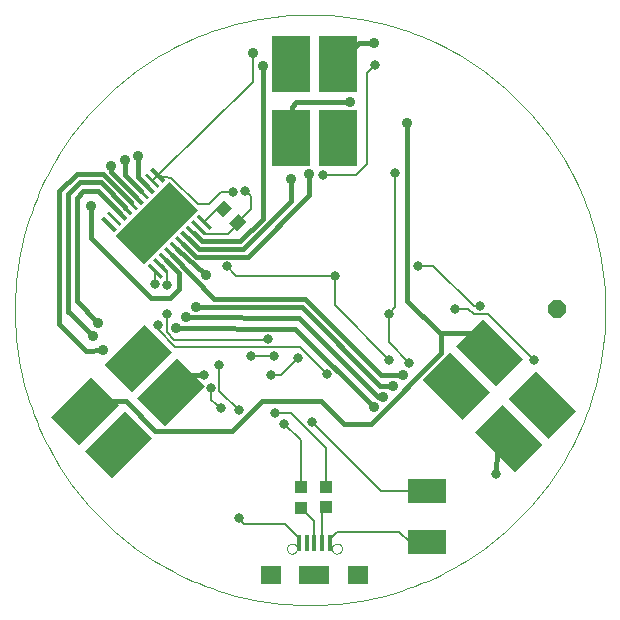
<source format=gbl>
G75*
%MOIN*%
%OFA0B0*%
%FSLAX24Y24*%
%IPPOS*%
%LPD*%
%AMOC8*
5,1,8,0,0,1.08239X$1,22.5*
%
%ADD10C,0.0000*%
%ADD11R,0.0118X0.0610*%
%ADD12R,0.2559X0.1339*%
%ADD13R,0.1299X0.1890*%
%ADD14R,0.0394X0.0433*%
%ADD15OC8,0.0600*%
%ADD16R,0.0709X0.0591*%
%ADD17R,0.0984X0.0591*%
%ADD18R,0.0157X0.0551*%
%ADD19R,0.0433X0.0394*%
%ADD20R,0.1299X0.0799*%
%ADD21C,0.0080*%
%ADD22C,0.0317*%
%ADD23C,0.0356*%
%ADD24C,0.0160*%
D10*
X009175Y003001D02*
X009177Y003026D01*
X009183Y003051D01*
X009192Y003075D01*
X009205Y003097D01*
X009222Y003117D01*
X009241Y003134D01*
X009262Y003148D01*
X009286Y003158D01*
X009310Y003165D01*
X009336Y003168D01*
X009361Y003167D01*
X009386Y003162D01*
X009410Y003153D01*
X009433Y003141D01*
X009453Y003126D01*
X009471Y003107D01*
X009486Y003086D01*
X009497Y003063D01*
X009505Y003039D01*
X009509Y003014D01*
X009509Y002988D01*
X009505Y002963D01*
X009497Y002939D01*
X009486Y002916D01*
X009471Y002895D01*
X009453Y002876D01*
X009433Y002861D01*
X009410Y002849D01*
X009386Y002840D01*
X009361Y002835D01*
X009336Y002834D01*
X009310Y002837D01*
X009286Y002844D01*
X009262Y002854D01*
X009241Y002868D01*
X009222Y002885D01*
X009205Y002905D01*
X009192Y002927D01*
X009183Y002951D01*
X009177Y002976D01*
X009175Y003001D01*
X010671Y003001D02*
X010673Y003026D01*
X010679Y003051D01*
X010688Y003075D01*
X010701Y003097D01*
X010718Y003117D01*
X010737Y003134D01*
X010758Y003148D01*
X010782Y003158D01*
X010806Y003165D01*
X010832Y003168D01*
X010857Y003167D01*
X010882Y003162D01*
X010906Y003153D01*
X010929Y003141D01*
X010949Y003126D01*
X010967Y003107D01*
X010982Y003086D01*
X010993Y003063D01*
X011001Y003039D01*
X011005Y003014D01*
X011005Y002988D01*
X011001Y002963D01*
X010993Y002939D01*
X010982Y002916D01*
X010967Y002895D01*
X010949Y002876D01*
X010929Y002861D01*
X010906Y002849D01*
X010882Y002840D01*
X010857Y002835D01*
X010832Y002834D01*
X010806Y002837D01*
X010782Y002844D01*
X010758Y002854D01*
X010737Y002868D01*
X010718Y002885D01*
X010701Y002905D01*
X010688Y002927D01*
X010679Y002951D01*
X010673Y002976D01*
X010671Y003001D01*
X000100Y010957D02*
X000103Y011195D01*
X000111Y011433D01*
X000126Y011670D01*
X000146Y011907D01*
X000172Y012143D01*
X000203Y012379D01*
X000240Y012614D01*
X000283Y012848D01*
X000332Y013081D01*
X000386Y013313D01*
X000446Y013543D01*
X000511Y013772D01*
X000582Y013999D01*
X000658Y014224D01*
X000740Y014447D01*
X000827Y014669D01*
X000919Y014888D01*
X001017Y015105D01*
X001119Y015319D01*
X001227Y015531D01*
X001341Y015741D01*
X001459Y015947D01*
X001582Y016151D01*
X001710Y016351D01*
X001842Y016548D01*
X001980Y016743D01*
X002122Y016933D01*
X002269Y017121D01*
X002420Y017304D01*
X002575Y017484D01*
X002735Y017660D01*
X002899Y017832D01*
X003068Y018001D01*
X003240Y018165D01*
X003416Y018325D01*
X003596Y018480D01*
X003779Y018631D01*
X003967Y018778D01*
X004157Y018920D01*
X004352Y019058D01*
X004549Y019190D01*
X004749Y019318D01*
X004953Y019441D01*
X005159Y019559D01*
X005369Y019673D01*
X005581Y019781D01*
X005795Y019883D01*
X006012Y019981D01*
X006231Y020073D01*
X006453Y020160D01*
X006676Y020242D01*
X006901Y020318D01*
X007128Y020389D01*
X007357Y020454D01*
X007587Y020514D01*
X007819Y020568D01*
X008052Y020617D01*
X008286Y020660D01*
X008521Y020697D01*
X008757Y020728D01*
X008993Y020754D01*
X009230Y020774D01*
X009467Y020789D01*
X009705Y020797D01*
X009943Y020800D01*
X010181Y020797D01*
X010419Y020789D01*
X010656Y020774D01*
X010893Y020754D01*
X011129Y020728D01*
X011365Y020697D01*
X011600Y020660D01*
X011834Y020617D01*
X012067Y020568D01*
X012299Y020514D01*
X012529Y020454D01*
X012758Y020389D01*
X012985Y020318D01*
X013210Y020242D01*
X013433Y020160D01*
X013655Y020073D01*
X013874Y019981D01*
X014091Y019883D01*
X014305Y019781D01*
X014517Y019673D01*
X014727Y019559D01*
X014933Y019441D01*
X015137Y019318D01*
X015337Y019190D01*
X015534Y019058D01*
X015729Y018920D01*
X015919Y018778D01*
X016107Y018631D01*
X016290Y018480D01*
X016470Y018325D01*
X016646Y018165D01*
X016818Y018001D01*
X016987Y017832D01*
X017151Y017660D01*
X017311Y017484D01*
X017466Y017304D01*
X017617Y017121D01*
X017764Y016933D01*
X017906Y016743D01*
X018044Y016548D01*
X018176Y016351D01*
X018304Y016151D01*
X018427Y015947D01*
X018545Y015741D01*
X018659Y015531D01*
X018767Y015319D01*
X018869Y015105D01*
X018967Y014888D01*
X019059Y014669D01*
X019146Y014447D01*
X019228Y014224D01*
X019304Y013999D01*
X019375Y013772D01*
X019440Y013543D01*
X019500Y013313D01*
X019554Y013081D01*
X019603Y012848D01*
X019646Y012614D01*
X019683Y012379D01*
X019714Y012143D01*
X019740Y011907D01*
X019760Y011670D01*
X019775Y011433D01*
X019783Y011195D01*
X019786Y010957D01*
X019783Y010719D01*
X019775Y010481D01*
X019760Y010244D01*
X019740Y010007D01*
X019714Y009771D01*
X019683Y009535D01*
X019646Y009300D01*
X019603Y009066D01*
X019554Y008833D01*
X019500Y008601D01*
X019440Y008371D01*
X019375Y008142D01*
X019304Y007915D01*
X019228Y007690D01*
X019146Y007467D01*
X019059Y007245D01*
X018967Y007026D01*
X018869Y006809D01*
X018767Y006595D01*
X018659Y006383D01*
X018545Y006173D01*
X018427Y005967D01*
X018304Y005763D01*
X018176Y005563D01*
X018044Y005366D01*
X017906Y005171D01*
X017764Y004981D01*
X017617Y004793D01*
X017466Y004610D01*
X017311Y004430D01*
X017151Y004254D01*
X016987Y004082D01*
X016818Y003913D01*
X016646Y003749D01*
X016470Y003589D01*
X016290Y003434D01*
X016107Y003283D01*
X015919Y003136D01*
X015729Y002994D01*
X015534Y002856D01*
X015337Y002724D01*
X015137Y002596D01*
X014933Y002473D01*
X014727Y002355D01*
X014517Y002241D01*
X014305Y002133D01*
X014091Y002031D01*
X013874Y001933D01*
X013655Y001841D01*
X013433Y001754D01*
X013210Y001672D01*
X012985Y001596D01*
X012758Y001525D01*
X012529Y001460D01*
X012299Y001400D01*
X012067Y001346D01*
X011834Y001297D01*
X011600Y001254D01*
X011365Y001217D01*
X011129Y001186D01*
X010893Y001160D01*
X010656Y001140D01*
X010419Y001125D01*
X010181Y001117D01*
X009943Y001114D01*
X009705Y001117D01*
X009467Y001125D01*
X009230Y001140D01*
X008993Y001160D01*
X008757Y001186D01*
X008521Y001217D01*
X008286Y001254D01*
X008052Y001297D01*
X007819Y001346D01*
X007587Y001400D01*
X007357Y001460D01*
X007128Y001525D01*
X006901Y001596D01*
X006676Y001672D01*
X006453Y001754D01*
X006231Y001841D01*
X006012Y001933D01*
X005795Y002031D01*
X005581Y002133D01*
X005369Y002241D01*
X005159Y002355D01*
X004953Y002473D01*
X004749Y002596D01*
X004549Y002724D01*
X004352Y002856D01*
X004157Y002994D01*
X003967Y003136D01*
X003779Y003283D01*
X003596Y003434D01*
X003416Y003589D01*
X003240Y003749D01*
X003068Y003913D01*
X002899Y004082D01*
X002735Y004254D01*
X002575Y004430D01*
X002420Y004610D01*
X002269Y004793D01*
X002122Y004981D01*
X001980Y005171D01*
X001842Y005366D01*
X001710Y005563D01*
X001582Y005763D01*
X001459Y005967D01*
X001341Y006173D01*
X001227Y006383D01*
X001119Y006595D01*
X001017Y006809D01*
X000919Y007026D01*
X000827Y007245D01*
X000740Y007467D01*
X000658Y007690D01*
X000582Y007915D01*
X000511Y008142D01*
X000446Y008371D01*
X000386Y008601D01*
X000332Y008833D01*
X000283Y009066D01*
X000240Y009300D01*
X000203Y009535D01*
X000172Y009771D01*
X000146Y010007D01*
X000126Y010244D01*
X000111Y010481D01*
X000103Y010719D01*
X000100Y010957D01*
D11*
G36*
X003493Y013647D02*
X003409Y013563D01*
X002979Y013993D01*
X003063Y014077D01*
X003493Y013647D01*
G37*
G36*
X003674Y013828D02*
X003590Y013744D01*
X003160Y014174D01*
X003244Y014258D01*
X003674Y013828D01*
G37*
G36*
X003855Y014009D02*
X003771Y013925D01*
X003341Y014355D01*
X003425Y014439D01*
X003855Y014009D01*
G37*
G36*
X004036Y014190D02*
X003952Y014106D01*
X003522Y014536D01*
X003606Y014620D01*
X004036Y014190D01*
G37*
G36*
X004217Y014371D02*
X004133Y014287D01*
X003703Y014717D01*
X003787Y014801D01*
X004217Y014371D01*
G37*
G36*
X004398Y014552D02*
X004314Y014468D01*
X003884Y014898D01*
X003968Y014982D01*
X004398Y014552D01*
G37*
G36*
X004579Y014733D02*
X004495Y014649D01*
X004065Y015079D01*
X004149Y015163D01*
X004579Y014733D01*
G37*
G36*
X004760Y014914D02*
X004676Y014830D01*
X004246Y015260D01*
X004330Y015344D01*
X004760Y014914D01*
G37*
G36*
X004941Y015094D02*
X004857Y015010D01*
X004427Y015440D01*
X004511Y015524D01*
X004941Y015094D01*
G37*
G36*
X005122Y015275D02*
X005038Y015191D01*
X004608Y015621D01*
X004692Y015705D01*
X005122Y015275D01*
G37*
G36*
X006167Y014062D02*
X006251Y014146D01*
X006681Y013716D01*
X006597Y013632D01*
X006167Y014062D01*
G37*
G36*
X005986Y013881D02*
X006070Y013965D01*
X006500Y013535D01*
X006416Y013451D01*
X005986Y013881D01*
G37*
G36*
X005805Y013701D02*
X005889Y013785D01*
X006319Y013355D01*
X006235Y013271D01*
X005805Y013701D01*
G37*
G36*
X005624Y013520D02*
X005708Y013604D01*
X006138Y013174D01*
X006054Y013090D01*
X005624Y013520D01*
G37*
G36*
X005443Y013339D02*
X005527Y013423D01*
X005957Y012993D01*
X005873Y012909D01*
X005443Y013339D01*
G37*
G36*
X005262Y013158D02*
X005346Y013242D01*
X005776Y012812D01*
X005692Y012728D01*
X005262Y013158D01*
G37*
G36*
X005081Y012977D02*
X005165Y013061D01*
X005595Y012631D01*
X005511Y012547D01*
X005081Y012977D01*
G37*
G36*
X004900Y012796D02*
X004984Y012880D01*
X005414Y012450D01*
X005330Y012366D01*
X004900Y012796D01*
G37*
G36*
X004719Y012615D02*
X004803Y012699D01*
X005233Y012269D01*
X005149Y012185D01*
X004719Y012615D01*
G37*
G36*
X004538Y012434D02*
X004622Y012518D01*
X005052Y012088D01*
X004968Y012004D01*
X004538Y012434D01*
G37*
D12*
G36*
X003453Y013424D02*
X005261Y015232D01*
X006207Y014286D01*
X004399Y012478D01*
X003453Y013424D01*
G37*
D13*
G36*
X003351Y005344D02*
X002433Y006262D01*
X003769Y007598D01*
X004687Y006680D01*
X003351Y005344D01*
G37*
G36*
X002237Y006457D02*
X001319Y007375D01*
X002655Y008711D01*
X003573Y007793D01*
X002237Y006457D01*
G37*
G36*
X003991Y008211D02*
X003073Y009129D01*
X004409Y010465D01*
X005327Y009547D01*
X003991Y008211D01*
G37*
G36*
X005105Y007098D02*
X004187Y008016D01*
X005523Y009352D01*
X006441Y008434D01*
X005105Y007098D01*
G37*
X009293Y016674D03*
X010867Y016674D03*
X010867Y019155D03*
X009293Y019155D03*
G36*
X014803Y009747D02*
X015721Y010665D01*
X017057Y009329D01*
X016139Y008411D01*
X014803Y009747D01*
G37*
G36*
X013689Y008634D02*
X014607Y009552D01*
X015943Y008216D01*
X015025Y007298D01*
X013689Y008634D01*
G37*
G36*
X015443Y006880D02*
X016361Y007798D01*
X017697Y006462D01*
X016779Y005544D01*
X015443Y006880D01*
G37*
G36*
X016557Y007993D02*
X017475Y008911D01*
X018811Y007575D01*
X017893Y006657D01*
X016557Y007993D01*
G37*
D14*
G36*
X007524Y013576D02*
X007245Y013855D01*
X007550Y014160D01*
X007829Y013881D01*
X007524Y013576D01*
G37*
G36*
X007050Y014049D02*
X006771Y014328D01*
X007076Y014633D01*
X007355Y014354D01*
X007050Y014049D01*
G37*
D15*
X018170Y010995D03*
D16*
X011540Y002135D03*
X008640Y002135D03*
D17*
X010090Y002135D03*
D18*
X010090Y003198D03*
X009834Y003198D03*
X009578Y003198D03*
X010346Y003198D03*
X010602Y003198D03*
D19*
X009640Y004370D03*
X009640Y005039D03*
X010470Y005059D03*
X010470Y004390D03*
D20*
X013830Y004915D03*
X013830Y003214D03*
D21*
X013790Y003255D01*
X013230Y003255D01*
X012920Y003565D01*
X010830Y003565D01*
X010602Y003336D01*
X010602Y003198D01*
X010346Y003198D02*
X010346Y004266D01*
X010470Y004390D01*
X010090Y003920D02*
X009640Y004370D01*
X010090Y003920D02*
X010090Y003198D01*
X009578Y003198D02*
X009578Y003366D01*
X009110Y003835D01*
X007750Y003835D01*
X007570Y004015D01*
X009640Y005039D02*
X009640Y006605D01*
X009080Y007165D01*
X009300Y007525D02*
X008760Y007525D01*
X009300Y007525D02*
X010470Y006355D01*
X010470Y005059D01*
X012300Y004935D02*
X010010Y007235D01*
X010500Y008835D02*
X009610Y009725D01*
X005440Y009725D01*
X004860Y010305D01*
X004860Y010445D01*
X005190Y010235D02*
X005180Y010835D01*
X005190Y010235D02*
X005420Y009965D01*
X008530Y009955D01*
X008530Y009995D01*
X008740Y009435D02*
X007990Y009425D01*
X008650Y008785D02*
X008980Y008785D01*
X009550Y009355D01*
X010770Y011115D02*
X012570Y009285D01*
X012560Y009885D02*
X012570Y010835D01*
X012780Y011045D01*
X012780Y015505D01*
X011840Y015835D02*
X011840Y018855D01*
X012120Y019135D01*
X011840Y015835D02*
X011470Y015465D01*
X010390Y015465D01*
X007980Y014745D02*
X007980Y014335D01*
X007537Y013891D01*
X007537Y013868D01*
X007537Y013821D01*
X007200Y013485D01*
X006467Y013485D01*
X006243Y013708D01*
X006424Y013889D02*
X006876Y014341D01*
X007063Y014341D01*
X006580Y014485D02*
X006210Y014485D01*
X005320Y015365D01*
X004899Y015405D01*
X004865Y015448D01*
X008050Y018544D01*
X008050Y019505D01*
X004865Y015448D02*
X004684Y015267D01*
X006580Y014485D02*
X006970Y014875D01*
X007360Y014875D01*
X007790Y014935D02*
X007980Y014745D01*
X007170Y012405D02*
X007480Y012085D01*
X010770Y012095D01*
X010770Y011115D01*
X012560Y009885D02*
X013230Y009185D01*
X014760Y010995D02*
X015220Y010995D01*
X015400Y010815D01*
X015860Y010815D01*
X017400Y009275D01*
X015600Y011075D02*
X015400Y011075D01*
X014050Y012425D01*
X013560Y012425D01*
X013540Y012405D01*
X007570Y007615D02*
X006920Y008265D01*
X006900Y009125D01*
X006650Y008355D02*
X006650Y007965D01*
X006960Y007685D01*
X005180Y011785D02*
X005180Y012265D01*
X005003Y012442D01*
X004976Y012442D01*
X004795Y012261D02*
X004790Y012256D01*
X004790Y011815D01*
X012300Y004935D02*
X013830Y004915D01*
D22*
X016150Y005475D03*
X013230Y009185D03*
X012570Y009285D03*
X012570Y010835D03*
X013540Y012405D03*
X014760Y010995D03*
X015600Y011075D03*
X017400Y009275D03*
X012780Y015505D03*
X010390Y015465D03*
X007790Y014935D03*
X007360Y014875D03*
X007170Y012405D03*
X005180Y011785D03*
X004790Y011815D03*
X005180Y010835D03*
X004860Y010445D03*
X006420Y008785D03*
X006900Y009125D03*
X006650Y008355D03*
X006960Y007685D03*
X007570Y007615D03*
X008760Y007525D03*
X009080Y007165D03*
X010010Y007235D03*
X010500Y008835D03*
X009550Y009355D03*
X008740Y009435D03*
X008530Y009995D03*
X007990Y009425D03*
X008650Y008785D03*
X010770Y012095D03*
X012120Y019135D03*
X007570Y004015D03*
D23*
X012060Y007705D03*
X012390Y008065D03*
X012710Y008415D03*
X013050Y008795D03*
X009310Y015305D03*
X009920Y015475D03*
X011260Y017875D03*
X013190Y017195D03*
X012060Y019855D03*
X008360Y019095D03*
X008050Y019505D03*
X004200Y016085D03*
X003760Y015965D03*
X003310Y015745D03*
X002630Y014425D03*
X006130Y011055D03*
X005810Y010705D03*
X005490Y010345D03*
X006480Y012135D03*
X003030Y009605D03*
X002700Y010075D03*
X002890Y010525D03*
D24*
X002160Y011255D01*
X002160Y014685D01*
X002380Y014905D01*
X002870Y014905D01*
X003593Y014182D01*
X003598Y014182D01*
X003779Y014363D02*
X003779Y014386D01*
X002960Y015205D01*
X002270Y015205D01*
X001880Y014815D01*
X001870Y010885D01*
X001900Y010875D01*
X002700Y010075D01*
X002490Y009595D02*
X003030Y009605D01*
X002490Y009595D02*
X001590Y010495D01*
X001590Y014905D01*
X002160Y015475D01*
X003029Y015475D01*
X003960Y014544D01*
X004141Y014725D02*
X003310Y015556D01*
X003310Y015745D01*
X003760Y015965D02*
X003760Y015468D01*
X004322Y014906D01*
X004503Y015087D02*
X004200Y015389D01*
X004200Y016085D01*
X002630Y014425D02*
X002630Y013345D01*
X004630Y011345D01*
X005280Y011345D01*
X005580Y011645D01*
X005580Y012200D01*
X005157Y012623D01*
X005338Y012804D02*
X006727Y011325D01*
X009790Y011325D01*
X012320Y008795D01*
X013050Y008795D01*
X012710Y008415D02*
X012290Y008415D01*
X009660Y011055D01*
X006130Y011055D01*
X005810Y010705D02*
X009570Y010675D01*
X012210Y008065D01*
X012390Y008065D01*
X012060Y007705D02*
X009430Y010335D01*
X005490Y010345D01*
X005870Y008795D02*
X005690Y008615D01*
X005680Y008591D01*
X005314Y008225D01*
X005870Y008795D02*
X006420Y008785D01*
X007330Y006935D02*
X004790Y006935D01*
X003810Y007915D01*
X002776Y007915D01*
X002446Y007584D01*
X006429Y012155D02*
X006480Y012135D01*
X006429Y012155D02*
X005519Y012985D01*
X005700Y013166D02*
X006131Y012735D01*
X007860Y012735D01*
X009920Y014795D01*
X009920Y015475D01*
X009310Y015305D02*
X009310Y014575D01*
X007710Y012975D01*
X006253Y012975D01*
X005881Y013347D01*
X006062Y013528D02*
X006345Y013245D01*
X007620Y013245D01*
X008360Y013985D01*
X008360Y019095D01*
X009480Y017875D02*
X009330Y017725D01*
X009330Y016712D01*
X009293Y016674D01*
X009480Y017875D02*
X011260Y017875D01*
X010867Y019155D02*
X011567Y019855D01*
X012060Y019855D01*
X013190Y017195D02*
X013190Y011255D01*
X014250Y010205D01*
X014315Y010204D01*
X014315Y009510D01*
X011960Y007155D01*
X011090Y007155D01*
X010310Y007935D01*
X008330Y007935D01*
X007330Y006935D01*
X014315Y010204D02*
X015274Y010195D01*
X015930Y009538D01*
X016570Y006671D02*
X016190Y006291D01*
X016150Y005475D01*
M02*

</source>
